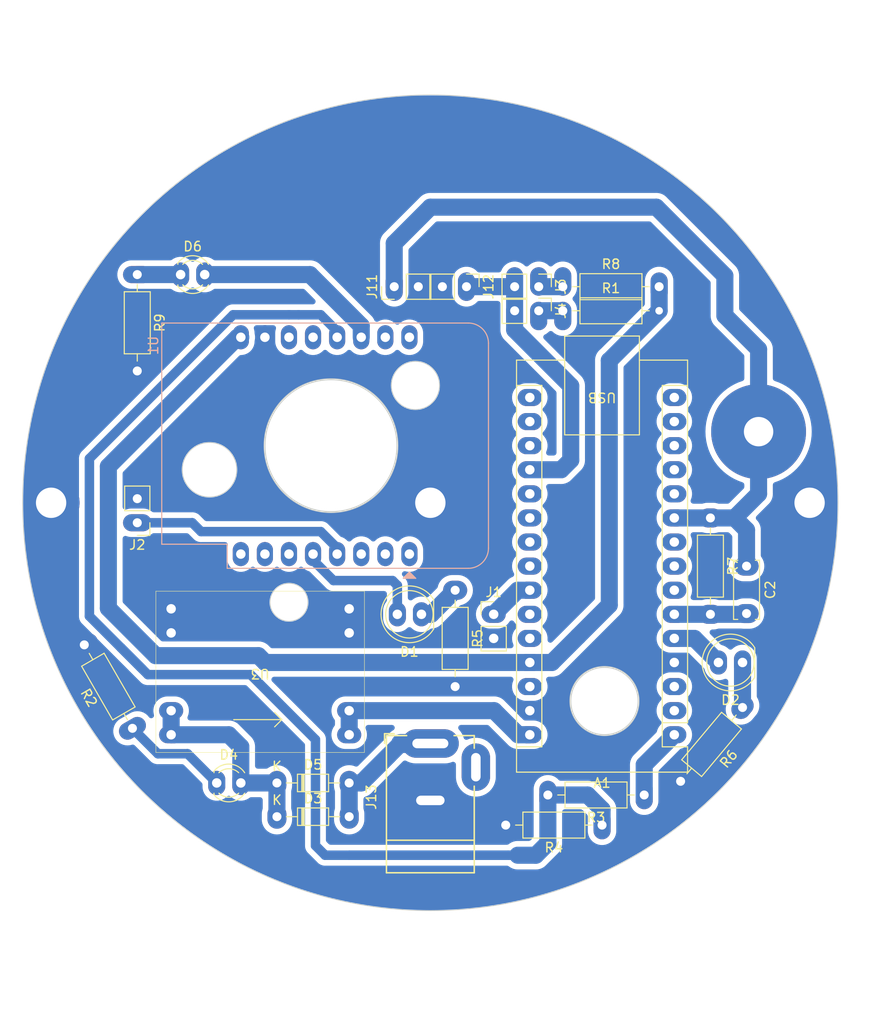
<source format=kicad_pcb>
(kicad_pcb (version 20221018) (generator pcbnew)
  (layers (0 "F.Cu" signal) (31 "B.Cu" signal) (34 "B.Paste" user) (35 "F.Paste" user) (36 "B.SilkS" user "B.Silkscreen") (37 "F.SilkS" user "F.Silkscreen") (38 "B.Mask" user) (39 "F.Mask" user) (44 "Edge.Cuts" user))
  (net 0 "")
  (net 6 "/FLEX")
  (net 10 "+7.5V")
  (net 14 "/LED1")
  (net 17 "Net-(D1-K)")
  (net 20 "Net-(D2-K)")
  (net 21 "/NANO_TX")
  (net 22 "+12V")
  (net 23 "GND")
  (net 24 "+5V")
  (net 26 "/LED0")
  (net 29 "/CS_SENSE")
  (net 30 "/CS_RES")
  (net 42 "/DEBUG_SEL")
  (net 43 "/ESP_RX")
  (net 45 "/WIFI_EN")
  (net 46 "Net-(D3-A)")
  (net 47 "Net-(J3-Pin_1)")
  (net 48 "Net-(J4-Pin_1)")
  (net 49 "Net-(D4-K)")
  (net 50 "Net-(D6-K)")
  (net 51 "/LED2")
  (footprint "Resistor_THT:R_Axial_DIN0207_L6.3mm_D2.5mm_P10.16mm_Horizontal" (layer "F.Cu") (at 122.555 130.81 180)
    (fp_text reference "R3" (at 5.08 -2.37) (layer "F.SilkS"))
    (fp_text value "22k")
    (fp_line (start 1.04 0) (end 1.81 0) (stroke (width 0.12)) (layer "F.SilkS"))
    (fp_line (start 1.81 -1.37) (end 1.81 1.37) (stroke (width 0.12)) (layer "F.SilkS"))
    (fp_line (start 1.81 1.37) (end 8.35 1.37) (stroke (width 0.12)) (layer "F.SilkS"))
    (fp_line (start 8.35 -1.37) (end 1.81 -1.37) (stroke (width 0.12)) (layer "F.SilkS"))
    (fp_line (start 8.35 1.37) (end 8.35 -1.37) (stroke (width 0.12)) (layer "F.SilkS"))
    (fp_line (start 9.12 0) (end 8.35 0) (stroke (width 0.12)) (layer "F.SilkS"))
    (pad "1" thru_hole oval (at 0 0 270) (size 3 1.8) (drill 0.95) (layers "*.Cu" "*.Mask") (net 21 "/NANO_TX"))
    (pad "2" thru_hole oval (at 10.16 0 270) (size 3 1.8) (drill 0.95) (layers "*.Cu" "*.Mask") (net 43 "/ESP_RX"))
  )
  (footprint "cm-zy-hp:dsun" (layer "F.Cu") (at 82.05 117.53 180)
    (fp_text reference "U3" (at 0 -0.5 180 unlocked) (layer "F.SilkS"))
    (fp_text value "PSU 5V")
    (fp_line (start -11 -8.795) (end -11 8.205) (stroke (width 0.05)) (layer "F.SilkS"))
    (fp_line (start -11 8.205) (end 11 8.205) (stroke (width 0.05)) (layer "F.SilkS"))
    (fp_line (start -2.286 -5.334) (end -1.524 -6.096) (stroke (width 0.12)) (layer "F.SilkS"))
    (fp_line (start -2.286 -5.334) (end -1.524 -4.572) (stroke (width 0.12)) (layer "F.SilkS"))
    (fp_line (start 2.794 -5.334) (end -2.286 -5.334) (stroke (width 0.12)) (layer "F.SilkS"))
    (fp_line (start 11 -8.795) (end -11 -8.795) (stroke (width 0.05)) (layer "F.SilkS"))
    (fp_line (start 11 8.205) (end 11 -8.795) (stroke (width 0.05)) (layer "F.SilkS"))
    (pad "1" thru_hole oval (at -9.39 3.81 270) (size 1.8 2.54) (drill 1) (layers "*.Cu" "*.Mask") (net 23 "GND"))
    (pad "1" thru_hole oval (at -9.39 6.35 270) (size 1.8 2.54) (drill 1) (layers "*.Cu" "*.Mask") (net 23 "GND"))
    (pad "1" thru_hole oval (at 9.39 3.81 270) (size 1.8 2.54) (drill 1) (layers "*.Cu" "*.Mask") (net 23 "GND"))
    (pad "1" thru_hole oval (at 9.39 6.35 270) (size 1.8 2.54) (drill 1) (layers "*.Cu" "*.Mask") (net 23 "GND"))
    (pad "2" thru_hole oval (at -9.39 -6.93 270) (size 1.8 2.54) (drill 1) (layers "*.Cu" "*.Mask") (net 10 "+7.5V"))
    (pad "2" thru_hole oval (at -9.39 -4.39 270) (size 1.8 2.54) (drill 1) (layers "*.Cu" "*.Mask") (net 10 "+7.5V"))
    (pad "3" thru_hole oval (at 9.39 -6.93 270) (size 1.8 2.54) (drill 1) (layers "*.Cu" "*.Mask") (net 22 "+12V"))
    (pad "3" thru_hole oval (at 9.39 -4.39 270) (size 1.8 2.54) (drill 1) (layers "*.Cu" "*.Mask") (net 22 "+12V"))
  )
  (footprint "Resistor_THT:R_Axial_DIN0207_L6.3mm_D2.5mm_P10.16mm_Horizontal" (layer "F.Cu") (at 113.97 77.216)
    (fp_text reference "R8" (at 5.08 -2.37) (layer "F.SilkS"))
    (fp_text value "10k")
    (fp_line (start 1.04 0) (end 1.81 0) (stroke (width 0.12)) (layer "F.SilkS"))
    (fp_line (start 1.81 -1.37) (end 1.81 1.37) (stroke (width 0.12)) (layer "F.SilkS"))
    (fp_line (start 1.81 1.37) (end 8.35 1.37) (stroke (width 0.12)) (layer "F.SilkS"))
    (fp_line (start 8.35 -1.37) (end 1.81 -1.37) (stroke (width 0.12)) (layer "F.SilkS"))
    (fp_line (start 8.35 1.37) (end 8.35 -1.37) (stroke (width 0.12)) (layer "F.SilkS"))
    (fp_line (start 9.12 0) (end 8.35 0) (stroke (width 0.12)) (layer "F.SilkS"))
    (pad "1" thru_hole oval (at 0 0 90) (size 3 1.8) (drill 0.95 (offset 0.55 0)) (layers "*.Cu" "*.Mask") (net 47 "Net-(J3-Pin_1)"))
    (pad "2" thru_hole oval (at 10.16 0 90) (size 3 1.8) (drill 0.95) (layers "*.Cu" "*.Mask") (net 24 "+5V"))
  )
  (footprint "cm-zy-hp:Stud" (layer "F.Cu") (at 134.62 92.5)
    (fp_text reference "J10" (at 0 -0.5 unlocked) (layer "F.SilkS") (effects (font (thickness 0.1))))
    (fp_text value "Conn_01x01_Pin")
    (pad "1" thru_hole circle (at 0 0 270) (size 10 10) (drill 3.1) (layers "*.Cu" "*.Mask") (net 30 "/CS_RES"))
  )
  (footprint "Resistor_THT:R_Axial_DIN0207_L6.3mm_D2.5mm_P10.16mm_Horizontal" (layer "F.Cu") (at 118.11 133.985 180)
    (fp_text reference "R4" (at 5.08 -2.37) (layer "F.SilkS"))
    (fp_text value "33k")
    (fp_line (start 1.04 0) (end 1.81 0) (stroke (width 0.12)) (layer "F.SilkS"))
    (fp_line (start 1.81 -1.37) (end 1.81 1.37) (stroke (width 0.12)) (layer "F.SilkS"))
    (fp_line (start 1.81 1.37) (end 8.35 1.37) (stroke (width 0.12)) (layer "F.SilkS"))
    (fp_line (start 8.35 -1.37) (end 1.81 -1.37) (stroke (width 0.12)) (layer "F.SilkS"))
    (fp_line (start 8.35 1.37) (end 8.35 -1.37) (stroke (width 0.12)) (layer "F.SilkS"))
    (fp_line (start 9.12 0) (end 8.35 0) (stroke (width 0.12)) (layer "F.SilkS"))
    (pad "1" thru_hole oval (at 0 0 270) (size 3 1.8) (drill 0.95) (layers "*.Cu" "*.Mask") (net 43 "/ESP_RX"))
    (pad "2" thru_hole oval (at 10.16 0 270) (size 3 1.8) (drill 0.95) (layers "*.Cu" "*.Mask") (net 23 "GND"))
  )
  (footprint "LED_THT:LED_D5.0mm_Clear" (layer "F.Cu") (at 99.06 111.76 180)
    (fp_text reference "D1" (at 1.27 -3.96) (layer "F.SilkS"))
    (fp_text value "LED")
    (fp_line (start -1.29 -1.545) (end -1.29 1.545) (stroke (width 0.12)) (layer "F.SilkS"))
    (fp_arc (start -1.29 -1.54483) (mid 2.072002 -2.880433) (end 4.26 0.000462) (stroke (width 0.12)) (layer "F.SilkS"))
    (fp_arc (start 4.26 -0.000462) (mid 2.072002 2.880433) (end -1.29 1.54483) (stroke (width 0.12)) (layer "F.SilkS"))
    (fp_circle (center 1.27 0) (end 3.77 0) (stroke (width 0.12)) (fill none) (layer "F.SilkS"))
    (pad "1" thru_hole oval (at 0 0 270) (size 2.54 1.8) (drill 1) (layers "*.Cu" "*.Mask") (net 17 "Net-(D1-K)"))
    (pad "2" thru_hole oval (at 2.54 0 270) (size 2.54 1.8) (drill 1) (layers "*.Cu" "*.Mask") (net 26 "/LED0"))
  )
  (footprint "Resistor_THT:R_Axial_DIN0207_L6.3mm_D2.5mm_P10.16mm_Horizontal" (layer "F.Cu") (at 69.088 75.941 -90)
    (fp_text reference "R9" (at 5.08 -2.37 90) (layer "F.SilkS"))
    (fp_text value "R")
    (fp_line (start 1.04 0) (end 1.81 0) (stroke (width 0.12)) (layer "F.SilkS"))
    (fp_line (start 1.81 -1.37) (end 1.81 1.37) (stroke (width 0.12)) (layer "F.SilkS"))
    (fp_line (start 1.81 1.37) (end 8.35 1.37) (stroke (width 0.12)) (layer "F.SilkS"))
    (fp_line (start 8.35 -1.37) (end 1.81 -1.37) (stroke (width 0.12)) (layer "F.SilkS"))
    (fp_line (start 8.35 1.37) (end 8.35 -1.37) (stroke (width 0.12)) (layer "F.SilkS"))
    (fp_line (start 9.12 0) (end 8.35 0) (stroke (width 0.12)) (layer "F.SilkS"))
    (pad "1" thru_hole oval (at 0 0) (size 3 1.8) (drill 0.95) (layers "*.Cu" "*.Mask") (net 50 "Net-(D6-K)"))
    (pad "2" thru_hole oval (at 10.16 0) (size 3 1.8) (drill 0.95) (layers "*.Cu" "*.Mask") (net 23 "GND"))
  )
  (footprint "LED_THT:LED_D3.0mm_Clear" (layer "F.Cu") (at 73.66 75.941)
    (fp_text reference "D6" (at 1.27 -2.96) (layer "F.SilkS"))
    (fp_text value "LED")
    (fp_line (start -0.29 -1.236) (end -0.29 -1.08) (stroke (width 0.12)) (layer "F.SilkS"))
    (fp_line (start -0.29 1.08) (end -0.29 1.236) (stroke (width 0.12)) (layer "F.SilkS"))
    (fp_arc (start -0.29 -1.235516) (mid 1.366487 -1.987659) (end 2.942335 -1.078608) (stroke (width 0.12)) (layer "F.SilkS"))
    (fp_arc (start 0.229039 -1.08) (mid 1.270117 -1.5) (end 2.31113 -1.079837) (stroke (width 0.12)) (layer "F.SilkS"))
    (fp_arc (start 2.31113 1.079837) (mid 1.270117 1.5) (end 0.229039 1.08) (stroke (width 0.12)) (layer "F.SilkS"))
    (fp_arc (start 2.942335 1.078608) (mid 1.366487 1.987659) (end -0.29 1.235516) (stroke (width 0.12)) (layer "F.SilkS"))
    (pad "1" thru_hole oval (at 0 0 90) (size 2.54 1.8) (drill 1) (layers "*.Cu" "*.Mask") (net 50 "Net-(D6-K)"))
    (pad "2" thru_hole oval (at 2.54 0 90) (size 2.54 1.8) (drill 1) (layers "*.Cu" "*.Mask") (net 51 "/LED2"))
  )
  (footprint "cm-zy-hp:DC_Power_Jack_PCB_Mounted_2.1mm" (layer "F.Cu") (at 100 125.38 90)
    (fp_text reference "J13" (at -5.6515 -6.223 90) (layer "F.SilkS"))
    (fp_text value "Jack-DC")
    (fp_line (start -13.63 -4.63) (end 0.83 -4.63) (stroke (width 0.16)) (layer "F.SilkS"))
    (fp_line (start -13.63 4.63) (end -13.63 -4.63) (stroke (width 0.16)) (layer "F.SilkS"))
    (fp_line (start -10.2 -4.63) (end -10.2 4.63) (stroke (width 0.16)) (layer "F.SilkS"))
    (fp_line (start -4.5 4.63) (end -13.63 4.63) (stroke (width 0.16)) (layer "F.SilkS"))
    (fp_line (start 0.03 -4.83) (end 1.03 -4.83) (stroke (width 0.16)) (layer "F.SilkS"))
    (fp_line (start 0.83 -4.63) (end 0.83 -2.5) (stroke (width 0.16)) (layer "F.SilkS"))
    (fp_line (start 0.83 2.5) (end 0.83 4.63) (stroke (width 0.16)) (layer "F.SilkS"))
    (fp_line (start 0.83 4.63) (end -0.5 4.63) (stroke (width 0.16)) (layer "F.SilkS"))
    (fp_line (start 1.03 -4.83) (end 1.03 -3.83) (stroke (width 0.16)) (layer "F.SilkS"))
    (pad "1" thru_hole oval (at 0 0 90) (size 3 6) (drill oval 1 3.8) (layers "*.Cu" "*.Mask") (net 46 "Net-(D3-A)"))
    (pad "2" thru_hole oval (at -6 0 90) (size 3 5) (drill oval 1 3) (layers "*.Cu" "*.Mask") (net 23 "GND"))
    (pad "3" thru_hole oval (at -2.5 4.8 180) (size 3 5) (drill oval 1 3) (layers "*.Cu" "*.Mask"))
  )
  (footprint "cm-zy-hp:PinHeader_1x02_P2.54mm_Vertical" (layer "F.Cu") (at 96.19 77.216 90)
    (fp_text reference "J11" (at 0 -2.33 90) (layer "F.SilkS"))
    (fp_text value "Conn_01x02_Pin" hide)
    (fp_line (start -1.33 -1.33) (end 0 -1.33) (stroke (width 0.12)) (layer "F.SilkS"))
    (fp_line (start -1.33 0) (end -1.33 -1.33) (stroke (width 0.12)) (layer "F.SilkS"))
    (fp_line (start -1.33 1.27) (end -1.33 3.87) (stroke (width 0.12)) (layer "F.SilkS"))
    (fp_line (start -1.33 1.27) (end 1.33 1.27) (stroke (width 0.12)) (layer "F.SilkS"))
    (fp_line (start -1.33 3.87) (end 1.33 3.87) (stroke (width 0.12)) (layer "F.SilkS"))
    (fp_line (start 1.33 1.27) (end 1.33 3.87) (stroke (width 0.12)) (layer "F.SilkS"))
    (pad "1" thru_hole oval (at 0 0 90) (size 3 1.8) (drill 0.95) (layers "*.Cu" "*.Mask") (net 30 "/CS_RES"))
    (pad "2" thru_hole oval (at 0 2.54 90) (size 3 1.8) (drill 0.95) (layers "*.Cu" "*.Mask") (net 23 "GND"))
  )
  (footprint "cm-zy-hp:PinHeader_1x02_P2.54mm_Vertical" (layer "F.Cu") (at 111.43 79.756 -90)
    (fp_text reference "J4" (at 0 -2.33 90) (layer "F.SilkS"))
    (fp_text value "Conn_01x02_Pin" hide)
    (fp_line (start -1.33 -1.33) (end 0 -1.33) (stroke (width 0.12)) (layer "F.SilkS"))
    (fp_line (start -1.33 0) (end -1.33 -1.33) (stroke (width 0.12)) (layer "F.SilkS"))
    (fp_line (start -1.33 1.27) (end -1.33 3.87) (stroke (width 0.12)) (layer "F.SilkS"))
    (fp_line (start -1.33 1.27) (end 1.33 1.27) (stroke (width 0.12)) (layer "F.SilkS"))
    (fp_line (start -1.33 3.87) (end 1.33 3.87) (stroke (width 0.12)) (layer "F.SilkS"))
    (fp_line (start 1.33 1.27) (end 1.33 3.87) (stroke (width 0.12)) (layer "F.SilkS"))
    (pad "1" thru_hole oval (at 0 0 270) (size 3 1.8) (drill 0.95 (offset 0.55 0)) (layers "*.Cu" "*.Mask") (net 48 "Net-(J4-Pin_1)"))
    (pad "2" thru_hole oval (at 0 2.54 270) (size 3 1.8) (drill 0.95 (offset 0.55 0)) (layers "*.Cu" "*.Mask") (net 6 "/FLEX"))
  )
  (footprint "Connector_PinHeader_2.54mm:PinHeader_1x02_P2.54mm_Vertical" (layer "F.Cu") (at 106.68 111.76)
    (fp_text reference "J1" (at 0 -2.33) (layer "F.SilkS"))
    (fp_text value "Conn_01x02_Pin")
    (fp_line (start -1.33 -1.33) (end 0 -1.33) (stroke (width 0.12)) (layer "F.SilkS"))
    (fp_line (start -1.33 0) (end -1.33 -1.33) (stroke (width 0.12)) (layer "F.SilkS"))
    (fp_line (start -1.33 1.27) (end -1.33 3.87) (stroke (width 0.12)) (layer "F.SilkS"))
    (fp_line (start -1.33 1.27) (end 1.33 1.27) (stroke (width 0.12)) (layer "F.SilkS"))
    (fp_line (start -1.33 3.87) (end 1.33 3.87) (stroke (width 0.12)) (layer "F.SilkS"))
    (fp_line (start 1.33 1.27) (end 1.33 3.87) (stroke (width 0.12)) (layer "F.SilkS"))
    (pad "1" thru_hole oval (at 0 0) (size 2.54 1.8) (drill 1) (layers "*.Cu" "*.Mask") (net 42 "/DEBUG_SEL"))
    (pad "2" thru_hole oval (at 0 2.54) (size 2.54 1.8) (drill 1) (layers "*.Cu" "*.Mask") (net 23 "GND"))
  )
  (footprint "Resistor_THT:R_Axial_DIN0207_L6.3mm_D2.5mm_P10.16mm_Horizontal" (layer "F.Cu") (at 68.58 123.779409 120)
    (fp_text reference "R2" (at 5.08 -2.37 120) (layer "F.SilkS"))
    (fp_text value "R")
    (fp_line (start 1.04 0) (end 1.81 0) (stroke (width 0.12)) (layer "F.SilkS"))
    (fp_line (start 1.81 -1.37) (end 1.81 1.37) (stroke (width 0.12)) (layer "F.SilkS"))
    (fp_line (start 1.81 1.37) (end 8.35 1.37) (stroke (width 0.12)) (layer "F.SilkS"))
    (fp_line (start 8.35 -1.37) (end 1.81 -1.37) (stroke (width 0.12)) (layer "F.SilkS"))
    (fp_line (start 8.35 1.37) (end 8.35 -1.37) (stroke (width 0.12)) (layer "F.SilkS"))
    (fp_line (start 9.12 0) (end 8.35 0) (stroke (width 0.12)) (layer "F.SilkS"))
    (pad "1" thru_hole oval (at 0 0 210) (size 3 1.8) (drill 0.95) (layers "*.Cu" "*.Mask") (net 49 "Net-(D4-K)"))
    (pad "2" thru_hole oval (at 10.16 0 210) (size 3 1.8) (drill 0.95) (layers "*.Cu" "*.Mask") (net 23 "GND"))
  )
  (footprint "Resistor_THT:R_Axial_DIN0207_L6.3mm_D2.5mm_P10.16mm_Horizontal" (layer "F.Cu") (at 129.54 101.6 -90)
    (fp_text reference "R7" (at 5.08 -2.37 90) (layer "F.SilkS"))
    (fp_text value "2.2M")
    (fp_line (start 1.04 0) (end 1.81 0) (stroke (width 0.12)) (layer "F.SilkS"))
    (fp_line (start 1.81 -1.37) (end 1.81 1.37) (stroke (width 0.12)) (layer "F.SilkS"))
    (fp_line (start 1.81 1.37) (end 8.35 1.37) (stroke (width 0.12)) (layer "F.SilkS"))
    (fp_line (start 8.35 -1.37) (end 1.81 -1.37) (stroke (width 0.12)) (layer "F.SilkS"))
    (fp_line (start 8.35 1.37) (end 8.35 -1.37) (stroke (width 0.12)) (layer "F.SilkS"))
    (fp_line (start 9.12 0) (end 8.35 0) (stroke (width 0.12)) (layer "F.SilkS"))
    (pad "1" thru_hole oval (at 0 0 270) (size 2 2.54) (drill 0.95) (layers "*.Cu" "*.Mask") (net 30 "/CS_RES"))
    (pad "2" thru_hole oval (at 10.16 0 270) (size 2 2.54) (drill 0.95) (layers "*.Cu" "*.Mask") (net 29 "/CS_SENSE"))
  )
  (footprint "cm-zy-hp:PinHeader_1x02_P2.54mm_Vertical" (layer "F.Cu") (at 111.43 77.216 -90)
    (fp_text reference "J3" (at 0 -2.33 90) (layer "F.SilkS"))
    (fp_text value "Conn_01x02_Pin" hide)
    (fp_line (start -1.33 -1.33) (end 0 -1.33) (stroke (width 0.12)) (layer "F.SilkS"))
    (fp_line (start -1.33 0) (end -1.33 -1.33) (stroke (width 0.12)) (layer "F.SilkS"))
    (fp_line (start -1.33 1.27) (end -1.33 3.87) (stroke (width 0.12)) (layer "F.SilkS"))
    (fp_line (start -1.33 1.27) (end 1.33 1.27) (stroke (width 0.12)) (layer "F.SilkS"))
    (fp_line (start -1.33 3.87) (end 1.33 3.87) (stroke (width 0.12)) (layer "F.SilkS"))
    (fp_line (start 1.33 1.27) (end 1.33 3.87) (stroke (width 0.12)) (layer "F.SilkS"))
    (pad "1" thru_hole oval (at 0 0 90) (size 3 1.8) (drill 0.95 (offset 0.55 0)) (layers "*.Cu" "*.Mask") (net 47 "Net-(J3-Pin_1)"))
    (pad "2" thru_hole oval (at 0 2.54 90) (size 3 1.8) (drill 0.95 (offset 0.55 0)) (layers "*.Cu" "*.Mask") (net 6 "/FLEX"))
  )
  (footprint "Resistor_THT:R_Axial_DIN0207_L6.3mm_D2.5mm_P10.16mm_Horizontal" (layer "F.Cu") (at 132.92543 121.584494 -130)
    (fp_text reference "R6" (at 5.08 -2.37 50) (layer "F.SilkS"))
    (fp_text value "R")
    (fp_line (start 1.04 0) (end 1.81 0) (stroke (width 0.12)) (layer "F.SilkS"))
    (fp_line (start 1.81 -1.37) (end 1.81 1.37) (stroke (width 0.12)) (layer "F.SilkS"))
    (fp_line (start 1.81 1.37) (end 8.35 1.37) (stroke (width 0.12)) (layer "F.SilkS"))
    (fp_line (start 8.35 -1.37) (end 1.81 -1.37) (stroke (width 0.12)) (layer "F.SilkS"))
    (fp_line (start 8.35 1.37) (end 8.35 -1.37) (stroke (width 0.12)) (layer "F.SilkS"))
    (fp_line (start 9.12 0) (end 8.35 0) (stroke (width 0.12)) (layer "F.SilkS"))
    (pad "1" thru_hole oval (at 0 0 320) (size 2 2.54) (drill 0.95) (layers "*.Cu" "*.Mask") (net 20 "Net-(D2-K)"))
    (pad "2" thru_hole oval (at 10.16 0 320) (size 2 2.54) (drill 0.95) (layers "*.Cu" "*.Mask") (net 23 "GND"))
  )
  (footprint "Capacitor_THT:C_Disc_D6.0mm_W2.5mm_P5.00mm" (layer "F.Cu") (at 133.35 106.68 -90)
    (fp_text reference "C2" (at 2.5 -2.5 90) (layer "F.SilkS"))
    (fp_text value "22p")
    (fp_line (start -0.62 -1.37) (end -0.62 -0.925) (stroke (width 0.12)) (layer "F.SilkS"))
    (fp_line (start -0.62 -1.37) (end 5.62 -1.37) (stroke (width 0.12)) (layer "F.SilkS"))
    (fp_line (start -0.62 0.925) (end -0.62 1.37) (stroke (width 0.12)) (layer "F.SilkS"))
    (fp_line (start -0.62 1.37) (end 5.62 1.37) (stroke (width 0.12)) (layer "F.SilkS"))
    (fp_line (start 5.62 -1.37) (end 5.62 -0.925) (stroke (width 0.12)) (layer "F.SilkS"))
    (fp_line (start 5.62 0.925) (end 5.62 1.37) (stroke (width 0.12)) (layer "F.SilkS"))
    (pad "1" thru_hole oval (at 0 0 270) (size 2 2.54) (drill 0.95) (layers "*.Cu" "*.Mask") (net 30 "/CS_RES"))
    (pad "2" thru_hole oval (at 5 0 270) (size 2 2.54) (drill 0.95) (layers "*.Cu" "*.Mask") (net 29 "/CS_SENSE"))
  )
  (footprint "Connector_PinHeader_2.54mm:PinHeader_1x02_P2.54mm_Vertical" (layer "F.Cu") (at 103.81 77.216 -90)
    (fp_text reference "J12" (at 0 -2.33 90) (layer "F.SilkS"))
    (fp_text value "Conn_01x02_Pin")
    (fp_line (start -1.33 -1.33) (end 0 -1.33) (stroke (width 0.12)) (layer "F.SilkS"))
    (fp_line (start -1.33 0) (end -1.33 -1.33) (stroke (width 0.12)) (layer "F.SilkS"))
    (fp_line (start -1.33 1.27) (end -1.33 3.87) (stroke (width 0.12)) (layer "F.SilkS"))
    (fp_line (start -1.33 1.27) (end 1.33 1.27) (stroke (width 0.12)) (layer "F.SilkS"))
    (fp_line (start -1.33 3.87) (end 1.33 3.87) (stroke (width 0.12)) (layer "F.SilkS"))
    (fp_line (start 1.33 1.27) (end 1.33 3.87) (stroke (width 0.12)) (layer "F.SilkS"))
    (pad "1" thru_hole oval (at 0 0 270) (size 3 1.8) (drill 0.95) (layers "*.Cu" "*.Mask") (net 6 "/FLEX"))
    (pad "2" thru_hole oval (at 0 2.54 270) (size 3 1.8) (drill 0.95) (layers "*.Cu" "*.Mask") (net 23 "GND"))
  )
  (footprint "LED_THT:LED_D3.0mm_Clear" (layer "F.Cu") (at 77.47 129.54)
    (fp_text reference "D4" (at 1.27 -2.96) (layer "F.SilkS"))
    (fp_text value "LED")
    (fp_line (start -0.29 -1.236) (end -0.29 -1.08) (stroke (width 0.12)) (layer "F.SilkS"))
    (fp_line (start -0.29 1.08) (end -0.29 1.236) (stroke (width 0.12)) (layer "F.SilkS"))
    (fp_arc (start -0.29 -1.235516) (mid 1.366487 -1.987659) (end 2.942335 -1.078608) (stroke (width 0.12)) (layer "F.SilkS"))
    (fp_arc (start 0.229039 -1.08) (mid 1.270117 -1.5) (end 2.31113 -1.079837) (stroke (width 0.12)) (layer "F.SilkS"))
    (fp_arc (start 2.31113 1.079837) (mid 1.270117 1.5) (end 0.229039 1.08) (stroke (width 0.12)) (layer "F.SilkS"))
    (fp_arc (start 2.942335 1.078608) (mid 1.366487 1.987659) (end -0.29 1.235516) (stroke (width 0.12)) (layer "F.SilkS"))
    (pad "1" thru_hole oval (at 0 0 90) (size 2.54 1.8) (drill 1) (layers "*.Cu" "*.Mask") (net 49 "Net-(D4-K)"))
    (pad "2" thru_hole oval (at 2.54 0 90) (size 2.54 1.8) (drill 1) (layers "*.Cu" "*.Mask") (net 22 "+12V"))
  )
  (footprint "Resistor_THT:R_Axial_DIN0207_L6.3mm_D2.5mm_P10.16mm_Horizontal" (layer "F.Cu") (at 102.616 109.22 -90)
    (fp_text reference "R5" (at 5.08 -2.37 90) (layer "F.SilkS"))
    (fp_text value "R")
    (fp_line (start 1.04 0) (end 1.81 0) (stroke (width 0.12)) (layer "F.SilkS"))
    (fp_line (start 1.81 -1.37) (end 1.81 1.37) (stroke (width 0.12)) (layer "F.SilkS"))
    (fp_line (start 1.81 1.37) (end 8.35 1.37) (stroke (width 0.12)) (layer "F.SilkS"))
    (fp_line (start 8.35 -1.37) (end 1.81 -1.37) (stroke (width 0.12)) (layer "F.SilkS"))
    (fp_line (start 8.35 1.37) (end 8.35 -1.37) (stroke (width 0.12)) (layer "F.SilkS"))
    (fp_line (start 9.12 0) (end 8.35 0) (stroke (width 0.12)) (layer "F.SilkS"))
    (pad "1" thru_hole oval (at 0 0 270) (size 2 2.54) (drill 0.95) (layers "*.Cu" "*.Mask") (net 17 "Net-(D1-K)"))
    (pad "2" thru_hole oval (at 10.16 0 270) (size 2 2.54) (drill 0.95) (layers "*.Cu" "*.Mask") (net 23 "GND"))
  )
  (footprint "Resistor_THT:R_Axial_DIN0207_L6.3mm_D2.5mm_P10.16mm_Horizontal" (layer "F.Cu") (at 113.97 79.756)
    (fp_text reference "R1" (at 5.08 -2.37) (layer "F.SilkS"))
    (fp_text value "10k")
    (fp_line (start 1.04 0) (end 1.81 0) (stroke (width 0.12)) (layer "F.SilkS"))
    (fp_line (start 1.81 -1.37) (end 1.81 1.37) (stroke (width 0.12)) (layer "F.SilkS"))
    (fp_line (start 1.81 1.37) (end 8.35 1.37) (stroke (width 0.12)) (layer "F.SilkS"))
    (fp_line (start 8.35 -1.37) (end 1.81 -1.37) (stroke (width 0.12)) (layer "F.SilkS"))
    (fp_line (start 8.35 1.37) (end 8.35 -1.37) (stroke (width 0.12)) (layer "F.SilkS"))
    (fp_line (start 9.12 0) (end 8.35 0) (stroke (width 0.12)) (layer "F.SilkS"))
    (pad "1" thru_hole oval (at 0 0 270) (size 3 1.8) (drill 0.95 (offset 0.55 0)) (layers "*.Cu" "*.Mask") (net 48 "Net-(J4-Pin_1)"))
    (pad "2" thru_hole oval (at 10.16 0) (size 1.6 1.6) (drill 0.8) (layers "*.Cu" "*.Mask") (net 24 "+5V"))
  )
  (footprint "cm-zy-hp:PinHeader_1x02_P2.54mm_Vertical" (layer "F.Cu") (at 69.088 102.108 180)
    (fp_text reference "J2" (at 0 -2.33) (layer "F.SilkS"))
    (fp_text value "Conn_01x02_Pin" hide)
    (fp_line (start -1.33 -1.33) (end 0 -1.33) (stroke (width 0.12)) (layer "F.SilkS"))
    (fp_line (start -1.33 0) (end -1.33 -1.33) (stroke (width 0.12)) (layer "F.SilkS"))
    (fp_line (start -1.33 1.27) (end -1.33 3.87) (stroke (width 0.12)) (layer "F.SilkS"))
    (fp_line (start -1.33 1.27) (end 1.33 1.27) (stroke (width 0.12)) (layer "F.SilkS"))
    (fp_line (start -1.33 3.87) (end 1.33 3.87) (stroke (width 0.12)) (layer "F.SilkS"))
    (fp_line (start 1.33 1.27) (end 1.33 3.87) (stroke (width 0.12)) (layer "F.SilkS"))
    (pad "1" thru_hole oval (at 0 0 180) (size 3 1.8) (drill 0.95) (layers "*.Cu" "*.Mask") (net 45 "/WIFI_EN"))
    (pad "2" thru_hole oval (at 0 2.54 180) (size 3 1.8) (drill 0.95) (layers "*.Cu" "*.Mask") (net 23 "GND"))
  )
  (footprint "Diode_THT:D_DO-34_SOD68_P7.62mm_Horizontal" (layer "F.Cu") (at 83.82 133.096)
    (fp_text reference "D3" (at 3.81 -1.92) (layer "F.SilkS"))
    (fp_text value "BAT86")
    (fp_text user "K" (at 0 -1.75) (layer "F.SilkS"))
    (fp_line (start 0.99 0) (end 2.17 0) (stroke (width 0.12)) (layer "F.SilkS"))
    (fp_line (start 2.17 -0.92) (end 2.17 0.92) (stroke (width 0.12)) (layer "F.SilkS"))
    (fp_line (start 2.17 0.92) (end 5.45 0.92) (stroke (width 0.12)) (layer "F.SilkS"))
    (fp_line (start 2.626 -0.92) (end 2.626 0.92) (stroke (width 0.12)) (layer "F.SilkS"))
    (fp_line (start 2.746 -0.92) (end 2.746 0.92) (stroke (width 0.12)) (layer "F.SilkS"))
    (fp_line (start 2.866 -0.92) (end 2.866 0.92) (stroke (width 0.12)) (layer "F.SilkS"))
    (fp_line (start 5.45 -0.92) (end 2.17 -0.92) (stroke (width 0.12)) (layer "F.SilkS"))
    (fp_line (start 5.45 0.92) (end 5.45 -0.92) (stroke (width 0.12)) (layer "F.SilkS"))
    (fp_line (start 6.63 0) (end 5.45 0) (stroke (width 0.12)) (layer "F.SilkS"))
    (pad "1" thru_hole oval (at 0 0) (size 2 2.54) (drill 0.95) (layers "*.Cu" "*.Mask") (net 22 "+12V"))
    (pad "2" thru_hole oval (at 7.62 0) (size 2 2.54) (drill 0.95) (layers "*.Cu" "*.Mask") (net 46 "Net-(D3-A)"))
  )
  (footprint "LED_THT:LED_D5.0mm_Clear" (layer "F.Cu") (at 132.92543 116.84 180)
    (fp_text reference "D2" (at 1.27 -3.96) (layer "F.SilkS"))
    (fp_text value "LED")
    (fp_line (start -1.29 -1.545) (end -1.29 1.545) (stroke (width 0.12)) (layer "F.SilkS"))
    (fp_arc (start -1.29 -1.54483) (mid 2.072002 -2.880433) (end 4.26 0.000462) (stroke (width 0.12)) (layer "F.SilkS"))
    (fp_arc (start 4.26 -0.000462) (mid 2.072002 2.880433) (end -1.29 1.54483) (stroke (width 0.12)) (layer "F.SilkS"))
    (fp_circle (center 1.27 0) (end 3.77 0) (stroke (width 0.12)) (fill none) (layer "F.SilkS"))
    (pad "1" thru_hole oval (at 0 0 270) (size 2.54 1.8) (drill 1) (layers "*.Cu" "*.Mask") (net 20 "Net-(D2-K)"))
    (pad "2" thru_hole oval (at 2.54 0 270) (size 2.54 1.8) (drill 1) (layers "*.Cu" "*.Mask") (net 14 "/LED1"))
  )
  (footprint "Module:Arduino_Nano" (layer "F.Cu") (at 125.73 124.46 180)
    (fp_text reference "A1" (at 7.62 -5.08) (layer "F.SilkS"))
    (fp_text value "Arduino_Nano_Every")
    (fp_text user "USB" (at 7.62 35.56 180 unlocked) (layer "F.SilkS"))
    (fp_line (start -1.4 -3.94) (end -1.4 -1.27) (stroke (width 0.12)) (layer "F.SilkS"))
    (fp_line (start -1.4 1.27) (end -1.4 39.5) (stroke (width 0.12)) (layer "F.SilkS"))
    (fp_line (start -1.4 39.5) (end 3.68 39.5) (stroke (width 0.12)) (layer "F.SilkS"))
    (fp_line (start 1.27 -1.27) (end -1.4 -1.27) (stroke (width 0.12)) (layer "F.SilkS"))
    (fp_line (start 1.27 1.27) (end -1.4 1.27) (stroke (width 0.12)) (layer "F.SilkS"))
    (fp_line (start 1.27 1.27) (end 1.27 -1.27) (stroke (width 0.12)) (layer "F.SilkS"))
    (fp_line (start 1.27 1.27) (end 1.27 36.83) (stroke (width 0.12)) (layer "F.SilkS"))
    (fp_line (start 1.27 36.83) (end -1.4 36.83) (stroke (width 0.12)) (layer "F.SilkS"))
    (fp_line (start 3.68 31.62) (end 11.56 31.62) (stroke (width 0.12)) (layer "F.SilkS"))
    (fp_line (start 3.68 42.04) (end 3.68 31.62) (stroke (width 0.12)) (layer "F.SilkS"))
    (fp_line (start 11.56 31.62) (end 11.56 42.04) (stroke (width 0.12)) (layer "F.SilkS"))
    (fp_line (start 11.56 42.04) (end 3.68 42.04) (stroke (width 0.12)) (layer "F.SilkS"))
    (fp_line (start 13.97 -1.27) (end 13.97 36.83) (stroke (width 0.12)) (layer "F.SilkS"))
    (fp_line (start 13.97 -1.27) (end 16.64 -1.27) (stroke (width 0.12)) (layer "F.SilkS"))
    (fp_line (start 13.97 36.83) (end 16.64 36.83) (stroke (width 0.12)) (layer "F.SilkS"))
    (fp_line (start 16.64 -3.94) (end -1.4 -3.94) (stroke (width 0.12)) (layer "F.SilkS"))
    (fp_line (start 16.64 39.5) (end 11.56 39.5) (stroke (width 0.12)) (layer "F.SilkS"))
    (fp_line (start 16.64 39.5) (end 16.64 -3.94) (stroke (width 0.12)) (layer "F.SilkS"))
    (pad "1" thru_hole oval (at 0 0 180) (size 2.54 1.8) (drill 1) (layers "*.Cu" "*.Mask") (net 21 "/NANO_TX"))
    (pad "2" thru_hole oval (at 0 2.54 180) (size 2.54 1.8) (drill 1) (layers "*.Cu" "*.Mask"))
    (pad "3" thru_hole oval (at 0 5.08 180) (size 2.54 1.8) (drill 1) (layers "*.Cu" "*.Mask"))
    (pad "4" thru_hole oval (at 0 7.62 180) (size 2.54 1.8) (drill 1) (layers "*.Cu" "*.Mask") (net 23 "GND"))
    (pad "5" thru_hole oval (at 0 10.16 180) (size 2.54 1.8) (drill 1) (layers "*.Cu" "*.Mask") (net 14 "/LED1"))
    (pad "6" thru_hole oval (at 0 12.7 180) (size 2.54 1.8) (drill 1) (layers "*.Cu" "*.Mask") (net 29 "/CS_SENSE"))
    (pad "7" thru_hole oval (at 0 15.24 180) (size 2.54 1.8) (drill 1) (layers "*.Cu" "*.Mask"))
    (pad "8" thru_hole oval (at 0 17.78 180) (size 2.54 1.8) (drill 1) (layers "*.Cu" "*.Mask"))
    (pad "9" thru_hole oval (at 0 20.32 180) (size 2.54 1.8) (drill 1) (layers "*.Cu" "*.Mask"))
    (pad "10" thru_hole oval (at 0 22.86 180) (size 2.54 1.8) (drill 1) (layers "*.Cu" "*.Mask") (net 30 "/CS_RES"))
    (pad "11" thru_hole oval (at 0 25.4 180) (size 2.54 1.8) (drill 1) (layers "*.Cu" "*.Mask"))
    (pad "12" thru_hole oval (at 0 27.94 180) (size 2.54 1.8) (drill 1) (layers "*.Cu" "*.Mask"))
    (pad "13" thru_hole oval (at 0 30.48 180) (size 2.54 1.8) (drill 1) (layers "*.Cu" "*.Mask"))
    (pad "14" thru_hole oval (at 0 33.02 180) (size 2.54 1.8) (drill 1) (layers "*.Cu" "*.Mask"))
    (pad "15" thru_hole oval (at 0 35.56 180) (size 2.54 1.8) (drill 1) (layers "*.Cu" "*.Mask"))
    (pad "16" thru_hole oval (at 15.24 35.56 180) (size 2.54 1.8) (drill 1) (layers "*.Cu" "*.Mask"))
    (pad "17" thru_hole oval (at 15.24 33.02 180) (size 2.54 1.8) (drill 1) (layers "*.Cu" "*.Mask"))
    (pad "18" thru_hole oval (at 15.24 30.48 180) (size 2.54 1.8) (drill 1) (layers "*.Cu" "*.Mask"))
    (pad "19" thru_hole oval (at 15.24 27.94 180) (size 2.54 1.8) (drill 1) (layers "*.Cu" "*.Mask") (net 6 "/FLEX"))
    (pad "20" thru_hole oval (at 15.24 25.4 180) (size 2.54 1.8) (drill 1) (layers "*.Cu" "*.Mask"))
    (pad "21" thru_hole oval (at 15.24 22.86 180) (size 2.54 1.8) (drill 1) (layers "*.Cu" "*.Mask"))
    (pad "22" thru_hole oval (at 15.24 20.32 180) (size 2.54 1.8) (drill 1) (layers "*.Cu" "*.Mask"))
    (pad "23" thru_hole oval (at 15.24 17.78 180) (size 2.54 1.8) (drill 1) (layers "*.Cu" "*.Mask"))
    (pad "24" thru_hole oval (at 15.24 15.24 180) (size 2.54 1.8) (drill 1) (layers "*.Cu" "*.Mask") (net 42 "/DEBUG_SEL"))
    (pad "25" thru_hole oval (at 15.24 12.7 180) (size 2.54 1.8) (drill 1) (layers "*.Cu" "*.Mask"))
    (pad "26" thru_hole oval (at 15.24 10.16 180) (size 2.54 1.8) (drill 1) (layers "*.Cu" "*.Mask"))
    (pad "27" thru_hole oval (at 15.24 7.62 180) (size 2.54 1.8) (drill 1) (layers "*.Cu" "*.Mask") (net 24 "+5V"))
    (pad "28" thru_hole oval (at 15.24 5.08 180) (size 2.54 1.8) (drill 1) (layers "*.Cu" "*.Mask"))
    (pad "29" thru_hole oval (at 15.24 2.54 180) (size 2.54 1.8) (drill 1) (layers "*.Cu" "*.Mask") (net 23 "GND"))
    (pad "30" thru_hole oval (at 15.24 0 180) (size 2.54 1.8) (drill 1) (layers "*.Cu" "*.Mask") (net 10 "+7.5V"))
  )
  (footprint "Diode_THT:D_DO-34_SOD68_P7.62mm_Horizontal" (layer "F.Cu") (at 83.815 129.54)
    (fp_text reference "D5" (at 3.81 -1.92) (layer "F.SilkS"))
    (fp_text value "BAT86")
    (fp_text user "K" (at 0 -1.75) (layer "F.SilkS"))
    (fp_line (start 0.99 0) (end 2.17 0) (stroke (width 0.12)) (layer "F.SilkS"))
    (fp_line (start 2.17 -0.92) (end 2.17 0.92) (stroke (width 0.12)) (layer "F.SilkS"))
    (fp_line (start 2.17 0.92) (end 5.45 0.92) (stroke (width 0.12)) (layer "F.SilkS"))
    (fp_line (start 2.626 -0.92) (end 2.626 0.92) (stroke (width 0.12)) (layer "F.SilkS"))
    (fp_line (start 2.746 -0.92) (end 2.746 0.92) (stroke (width 0.12)) (layer "F.SilkS"))
    (fp_line (start 2.866 -0.92) (end 2.866 0.92) (stroke (width 0.12)) (layer "F.SilkS"))
    (fp_line (start 5.45 -0.92) (end 2.17 -0.92) (stroke (width 0.12)) (layer "F.SilkS"))
    (fp_line (start 5.45 0.92) (end 5.45 -0.92) (stroke (width 0.12)) (layer "F.SilkS"))
    (fp_line (start 6.63 0) (end 5.45 0) (stroke (width 0.12)) (layer "F.SilkS"))
    (pad "1" thru_hole oval (at 0 0) (size 2 2.54) (drill 0.95) (layers "*.Cu" "*.Mask") (net 22 "+12V"))
    (pad "2" thru_hole oval (at 7.62 0) (size 2 2.54) (drill 0.95) (layers "*.Cu" "*.Mask") (net 46 "Net-(D3-A)"))
  )
  (footprint "Module:WEMOS_D1_mini_light" (layer "B.Cu") (at 97.79 105.41 90)
    (fp_text reference "U1" (at 22 -27 90) (layer "B.SilkS") (effects (justify mirror)))
    (fp_text value "WeMos_D1_mini")
    (fp_line (start -1.5 -19.22) (end -1.5 6.21) (stroke (width 0.12)) (layer "B.SilkS"))
    (fp_line (start -1.5 -19.22) (end 1.04 -19.22) (stroke (width 0.12)) (layer "B.SilkS"))
    (fp_line (start 1.04 -26.12) (end 24.36 -26.12) (stroke (width 0.12)) (layer "B.SilkS"))
    (fp_line (start 1.04 -19.22) (end 1.04 -26.12) (stroke (width 0.12)) (layer "B.SilkS"))
    (fp_line (start 22.24 8.34) (end 0.63 8.34) (stroke (width 0.12)) (layer "B.SilkS"))
    (fp_line (start 24.36 -26.12) (end 24.36 6.21) (stroke (width 0.12)) (layer "B.SilkS"))
    (fp_arc (start 0.63 8.34) (mid -0.876137 7.716137) (end -1.5 6.21) (stroke (width 0.12)) (layer "B.SilkS"))
    (fp_arc (start 24.36 6.21) (mid 23.736137 7.716137) (end 22.23 8.34) (stroke (width 0.12)) (layer "B.SilkS"))
    (fp_poly (pts (xy -2.54 0.635) (xy -2.54 -0.635) (xy -1.905 0)) (stroke (width 0.15)) (fill solid) (layer "B.SilkS"))
    (pad "1" thru_hole oval (at 0 0 90) (size 2.54 1.7) (drill 1) (layers "*.Cu" "*.Mask"))
    (pad "2" thru_hole oval (at 0 -2.54 90) (size 2.54 1.7) (drill 1) (layers "*.Cu" "*.Mask"))
    (pad "3" thru_hole oval (at 0 -5.08 90) (size 2.54 1.7) (drill 1) (layers "*.Cu" "*.Mask"))
    (pad "4" thru_hole oval (at 0 -7.62 90) (size 2.54 1.7) (drill 1) (layers "*.Cu" "*.Mask") (net 45 "/WIFI_EN"))
    (pad "5" thru_hole oval (at 0 -10.16 90) (size 2.54 1.7) (drill 1) (layers "*.Cu" "*.Mask") (net 26 "/LED0"))
    (pad "6" thru_hole oval (at 0 -12.7 90) (size 2.54 1.7) (drill 1) (layers "*.Cu" "*.Mask"))
    (pad "7" thru_hole oval (at 0 -15.24 90) (size 2.54 1.7) (drill 1) (layers "*.Cu" "*.Mask"))
    (pad "8" thru_hole oval (at 0 -17.78 90) (size 2.54 1.7) (drill 1) (layers "*.Cu" "*.Mask"))
    (pad "9" thru_hole oval (at 22.86 -17.78 90) (size 2.54 1.7) (drill 1) (layers "*.Cu" "*.Mask") (net 24 "+5V"))
    (pad "10" thru_hole oval (at 22.86 -15.24 90) (size 2.54 1.7) (drill 1) (layers "*.Cu" "*.Mask") (net 23 "GND"))
    (pad "11" thru_hole oval (at 22.86 -12.7 90) (size 2.54 1.7) (drill 1) (layers "*.Cu" "*.Mask"))
    (pad "12" thru_hole oval (at 22.86 -10.16 90) (size 2.54 1.7) (drill 1) (layers "*.Cu" "*.Mask"))
    (pad "13" thru_hole oval (at 22.86 -7.62 90) (size 2.54 1.7) (drill 1) (layers "*.Cu" "*.Mask") (net 43 "/ESP_RX"))
    (pad "14" thru_hole oval (at 22.86 -5.08 90) (size 2.54 1.7) (drill 1) (layers "*.Cu" "*.Mask") (net 51 "/LED2"))
    (pad "15" thru_hole oval (at 22.86 -2.54 90) (size 2.54 1.7) (drill 1) (layers "*.Cu" "*.Mask"))
    (pad "16" thru_hole oval (at 22.86 0 90) (size 2.54 1.7) (drill 1) (layers "*.Cu" "*.Mask"))
  )
  (gr_circle (center 85.09 110.49) (end 85.09 112.49) (stroke (width 0.1)) (fill none) (layer "Edge.Cuts"))
  (gr_circle (center 98.425 87.63) (end 98.425 90.17) (stroke (width 0.1)) (fill none) (layer "Edge.Cuts"))
  (gr_circle (center 76.708 96.52) (end 78.74 98.552) (stroke (width 0.1)) (fill none) (layer "Edge.Cuts"))
  (gr_circle locked (center 100 100) (end 143 100) (stroke (width 0.1)) (fill none) (layer "Edge.Cuts"))
  (gr_circle (center 118.364 120.904) (end 121.956102 120.904) (stroke (width 0.2)) (fill none) (layer "Edge.Cuts"))
  (gr_circle (center 89.52 93.98) (end 96.52 93.98) (stroke (width 0.2)) (fill none) (layer "Edge.Cuts"))
  (segment (start 114.808 95.504) (end 114.808 87.678113) (width 1.8) (layer "B.Cu") (net 6))
  (segment (start 110.49 96.52) (end 113.792 96.52) (width 1.8) (layer "B.Cu") (net 6))
  (segment (start 114.808 87.678113) (end 108.89 81.760113) (width 1.8) (layer "B.Cu") (net 6))
  (segment (start 103.81 77.216) (end 108.89 77.216) (width 1.8) (layer "B.Cu") (net 6))
  (segment (start 113.792 96.52) (end 114.808 95.504) (width 1.8) (layer "B.Cu") (net 6))
  (segment (start 108.89 79.756) (end 108.89 77.216) (width 1.8) (layer "B.Cu") (net 6))
  (segment (start 108.89 81.760113) (end 108.89 79.756) (width 1.8) (layer "B.Cu") (net 6))
  (segment (start 91.44 121.92) (end 106.725887 121.92) (width 1.8) (layer "B.Cu") (net 10))
  (segment (start 110.49 124.46) (end 109.286598 124.46) (width 1.8) (layer "B.Cu") (net 10))
  (segment (start 91.44 124.46) (end 91.44 121.92) (width 1.8) (layer "B.Cu") (net 10))
  (segment (start 106.725887 121.92) (end 109.265887 124.46) (width 1.8) (layer "B.Cu") (net 10))
  (segment (start 110.49 124.46) (end 109.265887 124.46) (width 1.8) (layer "B.Cu") (net 10))
  (segment (start 125.73 114.3) (end 127.84543 114.3) (width 1.8) (layer "B.Cu") (net 14))
  (segment (start 127.84543 114.3) (end 130.38543 116.84) (width 1.8) (layer "B.Cu") (net 14))
  (segment (start 99.06 111.76) (end 100.076 111.76) (width 1.8) (layer "B.Cu") (net 17))
  (segment (start 100.076 111.76) (end 102.616 109.22) (width 1.8) (layer "B.Cu") (net 17))
  (segment (start 132.92543 121.584494) (end 132.92543 116.84) (width 1.8) (layer "B.Cu") (net 20))
  (segment (start 122.555 127.635) (end 125.73 124.46) (width 1.8) (layer "B.Cu") (net 21))
  (segment (start 122.555 130.81) (end 122.555 127.635) (width 1.8) (layer "B.Cu") (net 21))
  (segment (start 80.01 129.54) (end 80.01 125.73) (width 1.8) (layer "B.Cu") (net 22))
  (segment (start 83.82 129.545) (end 83.815 129.54) (width 1.8) (layer "B.Cu") (net 22))
  (segment (start 83.82 133.096) (end 83.82 129.545) (width 1.8) (layer "B.Cu") (net 22))
  (segment (start 80.01 129.54) (end 83.815 129.54) (width 1.8) (layer "B.Cu") (net 22))
  (segment (start 78.74 124.46) (end 72.66 124.46) (width 1.8) (layer "B.Cu") (net 22))
  (segment (start 72.66 121.92) (end 72.66 124.46) (width 1.8) (layer "B.Cu") (net 22))
  (segment (start 80.01 125.73) (end 78.74 124.46) (width 1.8) (layer "B.Cu") (net 22))
  (via (at 140 100) (size 6) (drill 3.2) (layers "F.Cu" "B.Cu") (net 23))
  (via (at 100 100) (size 6) (drill 3.2) (layers "F.Cu" "B.Cu") (net 23))
  (via (at 60 100) (size 6) (drill 3.2) (layers "F.Cu" "B.Cu") (net 23))
  (segment (start 71.035 116.12) (end 66.04 111.125) (width 1.8) (layer "B.Cu") (net 24))
  (segment (start 79.660712 82.55) (end 80.01 82.55) (width 1.8) (layer "B.Cu") (net 24))
  (segment (start 66.04 96.170712) (end 79.660712 82.55) (width 1.8) (layer "B.Cu") (net 24))
  (segment (start 115.592 114.068) (end 118.872 110.788) (width 1.8) (layer "B.Cu") (net 24))
  (segment (start 118.886 85) (end 118.872 85) (width 1.8) (layer "B.Cu") (net 24))
  (segment (start 112.82 116.84) (end 115.592 114.068) (width 1.8) (layer "B.Cu") (net 24))
  (segment (start 124.13 79.756) (end 118.886 85) (width 1.8) (layer "B.Cu") (net 24))
  (segment (start 81.864428 116.12) (end 71.035 116.12) (width 1.8) (layer "B.Cu") (net 24))
  (segment (start 124.13 77.216) (end 124.13 79.756) (width 1.8) (layer "B.Cu") (net 24))
  (segment (start 118.872 110.788) (end 118.872 85) (width 1.8) (layer "B.Cu") (net 24))
  (segment (start 66.04 111.125) (end 66.04 96.170712) (width 1.8) (layer "B.Cu") (net 24))
  (segment (start 82.584428 116.84) (end 81.864428 116.12) (width 1.8) (layer "B.Cu") (net 24))
  (segment (start 110.49 116.84) (end 82.584428 116.84) (width 1.8) (layer "B.Cu") (net 24))
  (segment (start 110.49 116.84) (end 112.82 116.84) (width 1.8) (layer "B.Cu") (net 24))
  (segment (start 96.012 108.204) (end 89.786284 108.204) (width 1) (layer "B.Cu") (net 26))
  (segment (start 89.786284 108.204) (end 87.63 106.047716) (width 1) (layer "B.Cu") (net 26))
  (segment (start 87.63 106.047716) (end 87.63 105.41) (width 1) (layer "B.Cu") (net 26))
  (segment (start 96.52 111.76) (end 96.52 108.712) (width 1) (layer "B.Cu") (net 26))
  (segment (start 96.52 108.712) (end 96.012 108.204) (width 1) (layer "B.Cu") (net 26))
  (segment (start 133.27 111.76) (end 133.35 111.68) (width 1.8) (layer "B.Cu") (net 29))
  (segment (start 125.73 111.76) (end 129.54 111.76) (width 1.8) (layer "B.Cu") (net 29))
  (segment (start 129.54 111.76) (end 133.27 111.76) (width 1.8) (layer "B.Cu") (net 29))
  (segment (start 131.064 80.264) (end 134.62 83.82) (width 1.8) (layer "B.Cu") (net 30))
  (segment (start 96.19 72.644) (end 96.19 77.216) (width 1.8) (layer "B.Cu") (net 30))
  (segment (start 131.064 76.064) (end 123.834 68.834) (width 1.8) (layer "B.Cu") (net 30))
  (segment (start 100 68.834) (end 96.19 72.644) (width 1.8) (layer "B.Cu") (net 30))
  (segment (start 134.62 83.82) (end 134.62 92.5) (width 1.8) (layer "B.Cu") (net 30))
  (segment (start 131.064 76.064) (end 131.064 80.264) (width 1.8) (layer "B.Cu") (net 30))
  (segment (start 132.08 101.6) (end 133.35 102.87) (width 1.8) (layer "B.Cu") (net 30))
  (segment (start 134.62 95.25) (end 131.064 91.694) (width 1.8) (layer "B.Cu") (net 30))
  (segment (start 125.73 101.6) (end 129.54 101.6) (width 1.8) (layer "B.Cu") (net 30))
  (segment (start 129.54 101.6) (end 132.08 101.6) (width 1.8) (layer "B.Cu") (net 30))
  (segment (start 134.62 92.5) (end 134.62 99.06) (width 1.8) (layer "B.Cu") (net 30))
  (segment (start 133.35 102.87) (end 133.35 106.68) (width 1.8) (layer "B.Cu") (net 30))
  (segment (start 134.62 99.06) (end 132.08 101.6) (width 1.8) (layer "B.Cu") (net 30))
  (segment (start 123.834 68.834) (end 100 68.834) (width 1.8) (layer "B.Cu") (net 30))
  (segment (start 109.22 109.22) (end 110.49 109.22) (width 1.8) (layer "B.Cu") (net 42))
  (segment (start 106.68 111.76) (end 109.22 109.22) (width 1.8) (layer "B.Cu") (net 42))
  (segment (start 67.356286 115.269714) (end 69.616573 117.53) (width 1) (layer "B.Cu") (net 43))
  (segment (start 118.11 132.334) (end 116.586 130.81) (width 1.8) (layer "B.Cu") (net 43))
  (segment (start 85.09 80.18) (end 79.202284 80.18) (width 1) (layer "B.Cu") (net 43))
  (segment (start 90.17 82.55) (end 90.17 81.912284) (width 1) (layer "B.Cu") (net 43))
  (segment (start 91.44 137.16) (end 108.204 137.16) (width 1) (layer "B.Cu") (net 43))
  (segment (start 87.884 124.968) (end 87.884 136.144) (width 1) (layer "B.Cu") (net 43))
  (segment (start 108.204 137.16) (end 109.22 137.16) (width 1) (layer "B.Cu") (net 43))
  (segment (start 86.106 80.18) (end 85.09 80.18) (width 1) (layer "B.Cu") (net 43))
  (segment (start 67.356286 115.269714) (end 70.206573 118.12) (width 1) (layer "B.Cu") (net 43))
  (segment (start 90.17 81.912284) (end 88.437716 80.18) (width 1) (layer "B.Cu") (net 43))
  (segment (start 64.04 111.953428) (end 67.356286 115.269714) (width 1) (layer "B.Cu") (net 43))
  (segment (start 116.586 130.81) (end 112.395 130.81) (width 1.8) (layer "B.Cu") (net 43))
  (segment (start 87.884 136.144) (end 88.9 137.16) (width 1) (layer "B.Cu") (net 43))
  (segment (start 70.206573 118.12) (end 81.036 118.12) (width 1) (layer "B.Cu") (net 43))
  (segment (start 64.04 95.342285) (end 64.04 111.953428) (width 1) (layer "B.Cu") (net 43))
  (segment (start 112.395 135.89) (end 111.125 137.16) (width 1.8) (layer "B.Cu") (net 43))
  (segment (start 111.125 137.16) (end 109.22 137.16) (width 1.8) (layer "B.Cu") (net 43))
  (segment (start 79.202284 80.18) (end 64.04 95.342285) (width 1) (layer "B.Cu") (net 43))
  (segment (start 109.22 137.16) (end 91.44 137.16) (width 1) (layer "B.Cu") (net 43))
  (segment (start 88.9 137.16) (end 91.44 137.16) (width 1) (layer "B.Cu") (net 43))
  (segment (start 112.395 130.81) (end 112.395 135.89) (width 1.8) (layer "B.Cu") (net 43))
  (segment (start 88.437716 80.18) (end 86.106 80.18) (width 1) (layer "B.Cu") (net 43))
  (segment (start 81.036 118.12) (end 87.884 124.968) (width 1) (layer "B.Cu") (net 43))
  (segment (start 118.11 133.985) (end 118.11 132.334) (width 1.8) (layer "B.Cu") (net 43))
  (segment (start 74.887 102.108) (end 75.819 103.04) (width 1) (layer "B.Cu") (net 45))
  (segment (start 90.17 104.772284) (end 90.17 105.41) (width 1) (layer "B.Cu") (net 45))
  (segment (start 69.088 102.108) (end 74.887 102.108) (width 1) (layer "B.Cu") (net 45))
  (segment (start 88.437716 103.04) (end 90.17 104.772284) (width 1) (layer "B.Cu") (net 45))
  (segment (start 75.819 103.04) (end 88.437716 103.04) (width 1) (layer "B.Cu") (net 45))
  (segment (start 99.9994 125.3794) (end 100 125.38) (width 2) (layer "F.Cu") (net 46))
  (segment (start 95.5675 126.6825) (end 93.345 128.905) (width 1.8) (layer "B.Cu") (net 46))
  (segment (start 91.435 129.54) (end 92.71 129.54) (width 1.8) (layer "B.Cu") (net 46))
  (segment (start 95.5675 126.6825) (end 96.87 125.38) (width 1.8) (layer "B.Cu") (net 46))
  (segment (start 92.71 129.54) (end 95.5675 126.6825) (width 1.8) (layer "B.Cu") (net 46))
  (segment (start 91.44 129.545) (end 91.435 129.54) (width 1.8) (layer "B.Cu") (net 46))
  (segment (start 91.44 133.096) (end 91.44 129.545) (width 1.8) (layer "B.Cu") (net 46))
  (segment (start 100 125.38) (end 96.87 125.38) (width 2) (layer "B.Cu") (net 46))
  (segment (start 111.43 77.216) (end 113.97 77.216) (width 1.8) (layer "B.Cu") (net 47))
  (segment (start 111.43 79.756) (end 113.97 79.756) (width 1.8) (layer "B.Cu") (net 48))
  (segment (start 77.47 129.54) (end 74.39 126.46) (width 1) (layer "B.Cu") (net 49))
  (segment (start 71.260592 126.46) (end 68.58 123.779409) (width 1) (layer "B.Cu") (net 49))
  (segment (start 74.39 126.46) (end 71.260592 126.46) (width 1) (layer "B.Cu") (net 49))
  (segment (start 69.088 75.941) (end 73.66 75.941) (width 1.8) (layer "B.Cu") (net 50))
  (segment (start 87.304402 75.941) (end 92.71 81.346598) (width 1.8) (layer "B.Cu") (net 51))
  (segment (start 76.2 75.941) (end 87.304402 75.941) (width 1.8) (layer "B.Cu") (net 51))
  (segment (start 92.71 81.346598) (end 92.71 82.55) (width 1.8) (layer "B.Cu") (net 51))
  (zone locked (net 23) (net_name "GND") (layer "B.Cu") (connect_pads yes (clearance 0.6)) (min_thickness 0.6) (fill yes (thermal_gap 0.6) (thermal_bridge_width 0.6))
    (polygon (pts (xy 54.61 46.99) (xy 54.61 135.89) (xy 73.66 154.94) (xy 127 154.94) (xy 147.32 134.62) (xy 147.32 68.58) (xy 125.73 46.99) (xy 124.46 46.99)))
  )
)
</source>
